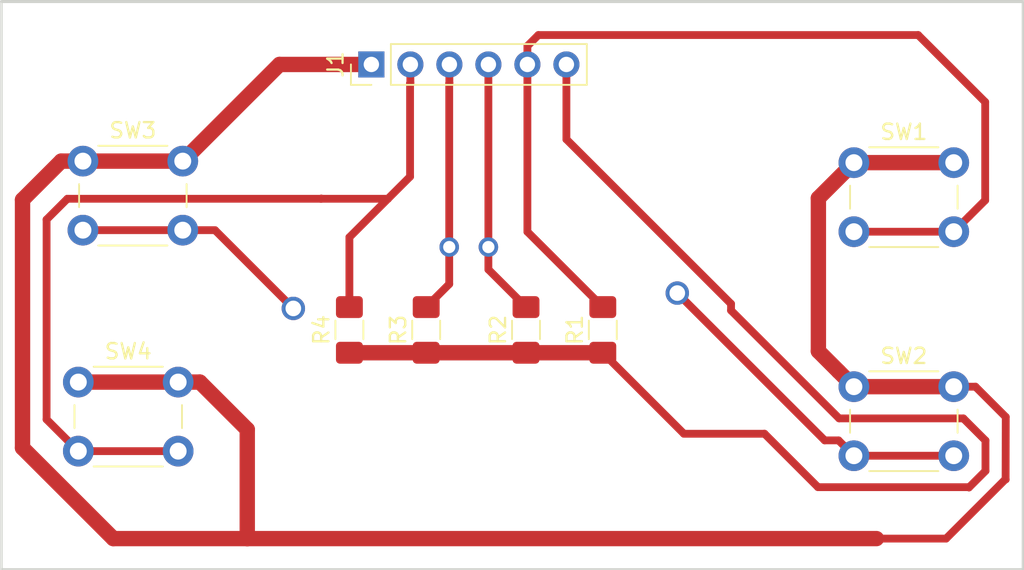
<source format=kicad_pcb>
(kicad_pcb (version 20171130) (host pcbnew 5.0.0-fee4fd1~65~ubuntu18.04.1)

  (general
    (thickness 1.6)
    (drawings 4)
    (tracks 87)
    (zones 0)
    (modules 9)
    (nets 7)
  )

  (page A4)
  (layers
    (0 F.Cu signal)
    (31 B.Cu signal)
    (32 B.Adhes user)
    (33 F.Adhes user)
    (34 B.Paste user)
    (35 F.Paste user)
    (36 B.SilkS user)
    (37 F.SilkS user)
    (38 B.Mask user)
    (39 F.Mask user)
    (40 Dwgs.User user)
    (41 Cmts.User user)
    (42 Eco1.User user)
    (43 Eco2.User user)
    (44 Edge.Cuts user)
    (45 Margin user)
    (46 B.CrtYd user)
    (47 F.CrtYd user)
    (48 B.Fab user)
    (49 F.Fab user)
  )

  (setup
    (last_trace_width 0.508)
    (user_trace_width 0.1016)
    (user_trace_width 0.127)
    (user_trace_width 0.254)
    (user_trace_width 0.508)
    (user_trace_width 1)
    (trace_clearance 0.79375)
    (zone_clearance 0.508)
    (zone_45_only no)
    (trace_min 0.0254)
    (segment_width 0.2)
    (edge_width 0.15)
    (via_size 1.27)
    (via_drill 0.79375)
    (via_min_size 0.508)
    (via_min_drill 0.254)
    (uvia_size 0.3)
    (uvia_drill 0.1)
    (uvias_allowed no)
    (uvia_min_size 0.2)
    (uvia_min_drill 0.1)
    (pcb_text_width 0.3)
    (pcb_text_size 1.5 1.5)
    (mod_edge_width 0.15)
    (mod_text_size 1 1)
    (mod_text_width 0.15)
    (pad_size 1.524 1.524)
    (pad_drill 0.762)
    (pad_to_mask_clearance 0.2)
    (aux_axis_origin 0 0)
    (visible_elements FFFFFF7F)
    (pcbplotparams
      (layerselection 0x01000_ffffffff)
      (usegerberextensions false)
      (usegerberattributes false)
      (usegerberadvancedattributes false)
      (creategerberjobfile false)
      (excludeedgelayer true)
      (linewidth 0.100000)
      (plotframeref false)
      (viasonmask false)
      (mode 1)
      (useauxorigin false)
      (hpglpennumber 1)
      (hpglpenspeed 20)
      (hpglpendiameter 15.000000)
      (psnegative false)
      (psa4output false)
      (plotreference true)
      (plotvalue true)
      (plotinvisibletext false)
      (padsonsilk false)
      (subtractmaskfromsilk false)
      (outputformat 1)
      (mirror false)
      (drillshape 0)
      (scaleselection 1)
      (outputdirectory "gerbers/"))
  )

  (net 0 "")
  (net 1 GND)
  (net 2 /GPIO_3)
  (net 3 /GPIO_2)
  (net 4 /GPIO_1)
  (net 5 /GPIO_0)
  (net 6 +3V3)

  (net_class Default "This is the default net class."
    (clearance 0.79375)
    (trace_width 0.0254)
    (via_dia 1.27)
    (via_drill 0.79375)
    (uvia_dia 0.3)
    (uvia_drill 0.1)
    (diff_pair_gap 0.254)
    (diff_pair_width 0.254)
    (add_net +3V3)
    (add_net /GPIO_0)
    (add_net /GPIO_1)
    (add_net /GPIO_2)
    (add_net /GPIO_3)
    (add_net GND)
  )

  (module Connector_PinHeader_2.54mm:PinHeader_1x06_P2.54mm_Vertical (layer F.Cu) (tedit 5B7C3414) (tstamp 5B887BD5)
    (at 125.08 41.1 90)
    (descr "Through hole straight pin header, 1x06, 2.54mm pitch, single row")
    (tags "Through hole pin header THT 1x06 2.54mm single row")
    (path /5B7C3FD6)
    (fp_text reference J1 (at 0 -2.33 90) (layer F.SilkS)
      (effects (font (size 1 1) (thickness 0.15)))
    )
    (fp_text value Conn_01x06 (at 0 15.03 90) (layer F.Fab) hide
      (effects (font (size 1 1) (thickness 0.15)))
    )
    (fp_line (start -0.635 -1.27) (end 1.27 -1.27) (layer F.Fab) (width 0.1))
    (fp_line (start 1.27 -1.27) (end 1.27 13.97) (layer F.Fab) (width 0.1))
    (fp_line (start 1.27 13.97) (end -1.27 13.97) (layer F.Fab) (width 0.1))
    (fp_line (start -1.27 13.97) (end -1.27 -0.635) (layer F.Fab) (width 0.1))
    (fp_line (start -1.27 -0.635) (end -0.635 -1.27) (layer F.Fab) (width 0.1))
    (fp_line (start -1.33 14.03) (end 1.33 14.03) (layer F.SilkS) (width 0.12))
    (fp_line (start -1.33 1.27) (end -1.33 14.03) (layer F.SilkS) (width 0.12))
    (fp_line (start 1.33 1.27) (end 1.33 14.03) (layer F.SilkS) (width 0.12))
    (fp_line (start -1.33 1.27) (end 1.33 1.27) (layer F.SilkS) (width 0.12))
    (fp_line (start -1.33 0) (end -1.33 -1.33) (layer F.SilkS) (width 0.12))
    (fp_line (start -1.33 -1.33) (end 0 -1.33) (layer F.SilkS) (width 0.12))
    (fp_line (start -1.8 -1.8) (end -1.8 14.5) (layer F.CrtYd) (width 0.05))
    (fp_line (start -1.8 14.5) (end 1.8 14.5) (layer F.CrtYd) (width 0.05))
    (fp_line (start 1.8 14.5) (end 1.8 -1.8) (layer F.CrtYd) (width 0.05))
    (fp_line (start 1.8 -1.8) (end -1.8 -1.8) (layer F.CrtYd) (width 0.05))
    (fp_text user %R (at 0 6.35 180) (layer F.Fab) hide
      (effects (font (size 1 1) (thickness 0.15)))
    )
    (pad 1 thru_hole rect (at 0 0 90) (size 1.7 1.7) (drill 1) (layers *.Cu *.Mask)
      (net 1 GND))
    (pad 2 thru_hole oval (at 0 2.54 90) (size 1.7 1.7) (drill 1) (layers *.Cu *.Mask)
      (net 2 /GPIO_3))
    (pad 3 thru_hole oval (at 0 5.08 90) (size 1.7 1.7) (drill 1) (layers *.Cu *.Mask)
      (net 3 /GPIO_2))
    (pad 4 thru_hole oval (at 0 7.62 90) (size 1.7 1.7) (drill 1) (layers *.Cu *.Mask)
      (net 4 /GPIO_1))
    (pad 5 thru_hole oval (at 0 10.16 90) (size 1.7 1.7) (drill 1) (layers *.Cu *.Mask)
      (net 5 /GPIO_0))
    (pad 6 thru_hole oval (at 0 12.7 90) (size 1.7 1.7) (drill 1) (layers *.Cu *.Mask)
      (net 6 +3V3))
    (model ${KISYS3DMOD}/Connector_PinHeader_2.54mm.3dshapes/PinHeader_1x06_P2.54mm_Vertical.wrl
      (at (xyz 0 0 0))
      (scale (xyz 1 1 1))
      (rotate (xyz 0 0 0))
    )
  )

  (module Resistor_SMD:R_1206_3216Metric_Pad1.42x1.75mm_HandSolder (layer F.Cu) (tedit 5B7C3430) (tstamp 5B887BE6)
    (at 140.15 58.4 90)
    (descr "Resistor SMD 1206 (3216 Metric), square (rectangular) end terminal, IPC_7351 nominal with elongated pad for handsoldering. (Body size source: http://www.tortai-tech.com/upload/download/2011102023233369053.pdf), generated with kicad-footprint-generator")
    (tags "resistor handsolder")
    (path /5B765F86)
    (attr smd)
    (fp_text reference R1 (at 0 -1.82 90) (layer F.SilkS)
      (effects (font (size 1 1) (thickness 0.15)))
    )
    (fp_text value 6k (at 0 1.82 90) (layer F.Fab)
      (effects (font (size 1 1) (thickness 0.15)))
    )
    (fp_line (start -1.6 0.8) (end -1.6 -0.8) (layer F.Fab) (width 0.1))
    (fp_line (start -1.6 -0.8) (end 1.6 -0.8) (layer F.Fab) (width 0.1))
    (fp_line (start 1.6 -0.8) (end 1.6 0.8) (layer F.Fab) (width 0.1))
    (fp_line (start 1.6 0.8) (end -1.6 0.8) (layer F.Fab) (width 0.1))
    (fp_line (start -0.602064 -0.91) (end 0.602064 -0.91) (layer F.SilkS) (width 0.12))
    (fp_line (start -0.602064 0.91) (end 0.602064 0.91) (layer F.SilkS) (width 0.12))
    (fp_line (start -2.45 1.12) (end -2.45 -1.12) (layer F.CrtYd) (width 0.05))
    (fp_line (start -2.45 -1.12) (end 2.45 -1.12) (layer F.CrtYd) (width 0.05))
    (fp_line (start 2.45 -1.12) (end 2.45 1.12) (layer F.CrtYd) (width 0.05))
    (fp_line (start 2.45 1.12) (end -2.45 1.12) (layer F.CrtYd) (width 0.05))
    (fp_text user %R (at 0 0 90) (layer F.Fab) hide
      (effects (font (size 0.8 0.8) (thickness 0.12)))
    )
    (pad 1 smd roundrect (at -1.4875 0 90) (size 1.425 1.75) (layers F.Cu F.Paste F.Mask) (roundrect_rratio 0.175439)
      (net 6 +3V3))
    (pad 2 smd roundrect (at 1.4875 0 90) (size 1.425 1.75) (layers F.Cu F.Paste F.Mask) (roundrect_rratio 0.175439)
      (net 5 /GPIO_0))
    (model ${KISYS3DMOD}/Resistor_SMD.3dshapes/R_1206_3216Metric.wrl
      (at (xyz 0 0 0))
      (scale (xyz 1 1 1))
      (rotate (xyz 0 0 0))
    )
  )

  (module Resistor_SMD:R_1206_3216Metric_Pad1.42x1.75mm_HandSolder (layer F.Cu) (tedit 5B7C3434) (tstamp 5B887BF7)
    (at 135.15 58.4 90)
    (descr "Resistor SMD 1206 (3216 Metric), square (rectangular) end terminal, IPC_7351 nominal with elongated pad for handsoldering. (Body size source: http://www.tortai-tech.com/upload/download/2011102023233369053.pdf), generated with kicad-footprint-generator")
    (tags "resistor handsolder")
    (path /5B765FC2)
    (attr smd)
    (fp_text reference R2 (at 0 -1.82 90) (layer F.SilkS)
      (effects (font (size 1 1) (thickness 0.15)))
    )
    (fp_text value 6k (at 0 1.82 90) (layer F.Fab)
      (effects (font (size 1 1) (thickness 0.15)))
    )
    (fp_text user %R (at 0 0 90) (layer F.Fab) hide
      (effects (font (size 0.8 0.8) (thickness 0.12)))
    )
    (fp_line (start 2.45 1.12) (end -2.45 1.12) (layer F.CrtYd) (width 0.05))
    (fp_line (start 2.45 -1.12) (end 2.45 1.12) (layer F.CrtYd) (width 0.05))
    (fp_line (start -2.45 -1.12) (end 2.45 -1.12) (layer F.CrtYd) (width 0.05))
    (fp_line (start -2.45 1.12) (end -2.45 -1.12) (layer F.CrtYd) (width 0.05))
    (fp_line (start -0.602064 0.91) (end 0.602064 0.91) (layer F.SilkS) (width 0.12))
    (fp_line (start -0.602064 -0.91) (end 0.602064 -0.91) (layer F.SilkS) (width 0.12))
    (fp_line (start 1.6 0.8) (end -1.6 0.8) (layer F.Fab) (width 0.1))
    (fp_line (start 1.6 -0.8) (end 1.6 0.8) (layer F.Fab) (width 0.1))
    (fp_line (start -1.6 -0.8) (end 1.6 -0.8) (layer F.Fab) (width 0.1))
    (fp_line (start -1.6 0.8) (end -1.6 -0.8) (layer F.Fab) (width 0.1))
    (pad 2 smd roundrect (at 1.4875 0 90) (size 1.425 1.75) (layers F.Cu F.Paste F.Mask) (roundrect_rratio 0.175439)
      (net 4 /GPIO_1))
    (pad 1 smd roundrect (at -1.4875 0 90) (size 1.425 1.75) (layers F.Cu F.Paste F.Mask) (roundrect_rratio 0.175439)
      (net 6 +3V3))
    (model ${KISYS3DMOD}/Resistor_SMD.3dshapes/R_1206_3216Metric.wrl
      (at (xyz 0 0 0))
      (scale (xyz 1 1 1))
      (rotate (xyz 0 0 0))
    )
  )

  (module Resistor_SMD:R_1206_3216Metric_Pad1.42x1.75mm_HandSolder (layer F.Cu) (tedit 5B7C3438) (tstamp 5B887C08)
    (at 128.65 58.4 90)
    (descr "Resistor SMD 1206 (3216 Metric), square (rectangular) end terminal, IPC_7351 nominal with elongated pad for handsoldering. (Body size source: http://www.tortai-tech.com/upload/download/2011102023233369053.pdf), generated with kicad-footprint-generator")
    (tags "resistor handsolder")
    (path /5B765FEE)
    (attr smd)
    (fp_text reference R3 (at 0 -1.82 90) (layer F.SilkS)
      (effects (font (size 1 1) (thickness 0.15)))
    )
    (fp_text value 6k (at 0 1.82 90) (layer F.Fab)
      (effects (font (size 1 1) (thickness 0.15)))
    )
    (fp_line (start -1.6 0.8) (end -1.6 -0.8) (layer F.Fab) (width 0.1))
    (fp_line (start -1.6 -0.8) (end 1.6 -0.8) (layer F.Fab) (width 0.1))
    (fp_line (start 1.6 -0.8) (end 1.6 0.8) (layer F.Fab) (width 0.1))
    (fp_line (start 1.6 0.8) (end -1.6 0.8) (layer F.Fab) (width 0.1))
    (fp_line (start -0.602064 -0.91) (end 0.602064 -0.91) (layer F.SilkS) (width 0.12))
    (fp_line (start -0.602064 0.91) (end 0.602064 0.91) (layer F.SilkS) (width 0.12))
    (fp_line (start -2.45 1.12) (end -2.45 -1.12) (layer F.CrtYd) (width 0.05))
    (fp_line (start -2.45 -1.12) (end 2.45 -1.12) (layer F.CrtYd) (width 0.05))
    (fp_line (start 2.45 -1.12) (end 2.45 1.12) (layer F.CrtYd) (width 0.05))
    (fp_line (start 2.45 1.12) (end -2.45 1.12) (layer F.CrtYd) (width 0.05))
    (fp_text user %R (at 0 0 90) (layer F.Fab) hide
      (effects (font (size 0.8 0.8) (thickness 0.12)))
    )
    (pad 1 smd roundrect (at -1.4875 0 90) (size 1.425 1.75) (layers F.Cu F.Paste F.Mask) (roundrect_rratio 0.175439)
      (net 6 +3V3))
    (pad 2 smd roundrect (at 1.4875 0 90) (size 1.425 1.75) (layers F.Cu F.Paste F.Mask) (roundrect_rratio 0.175439)
      (net 3 /GPIO_2))
    (model ${KISYS3DMOD}/Resistor_SMD.3dshapes/R_1206_3216Metric.wrl
      (at (xyz 0 0 0))
      (scale (xyz 1 1 1))
      (rotate (xyz 0 0 0))
    )
  )

  (module Resistor_SMD:R_1206_3216Metric_Pad1.42x1.75mm_HandSolder (layer F.Cu) (tedit 5B7C343A) (tstamp 5B887C19)
    (at 123.65 58.4 90)
    (descr "Resistor SMD 1206 (3216 Metric), square (rectangular) end terminal, IPC_7351 nominal with elongated pad for handsoldering. (Body size source: http://www.tortai-tech.com/upload/download/2011102023233369053.pdf), generated with kicad-footprint-generator")
    (tags "resistor handsolder")
    (path /5B766018)
    (attr smd)
    (fp_text reference R4 (at 0 -1.82 90) (layer F.SilkS)
      (effects (font (size 1 1) (thickness 0.15)))
    )
    (fp_text value 6k (at 0 1.82 90) (layer F.Fab)
      (effects (font (size 1 1) (thickness 0.15)))
    )
    (fp_text user %R (at 0 0 90) (layer F.Fab) hide
      (effects (font (size 0.8 0.8) (thickness 0.12)))
    )
    (fp_line (start 2.45 1.12) (end -2.45 1.12) (layer F.CrtYd) (width 0.05))
    (fp_line (start 2.45 -1.12) (end 2.45 1.12) (layer F.CrtYd) (width 0.05))
    (fp_line (start -2.45 -1.12) (end 2.45 -1.12) (layer F.CrtYd) (width 0.05))
    (fp_line (start -2.45 1.12) (end -2.45 -1.12) (layer F.CrtYd) (width 0.05))
    (fp_line (start -0.602064 0.91) (end 0.602064 0.91) (layer F.SilkS) (width 0.12))
    (fp_line (start -0.602064 -0.91) (end 0.602064 -0.91) (layer F.SilkS) (width 0.12))
    (fp_line (start 1.6 0.8) (end -1.6 0.8) (layer F.Fab) (width 0.1))
    (fp_line (start 1.6 -0.8) (end 1.6 0.8) (layer F.Fab) (width 0.1))
    (fp_line (start -1.6 -0.8) (end 1.6 -0.8) (layer F.Fab) (width 0.1))
    (fp_line (start -1.6 0.8) (end -1.6 -0.8) (layer F.Fab) (width 0.1))
    (pad 2 smd roundrect (at 1.4875 0 90) (size 1.425 1.75) (layers F.Cu F.Paste F.Mask) (roundrect_rratio 0.175439)
      (net 2 /GPIO_3))
    (pad 1 smd roundrect (at -1.4875 0 90) (size 1.425 1.75) (layers F.Cu F.Paste F.Mask) (roundrect_rratio 0.175439)
      (net 6 +3V3))
    (model ${KISYS3DMOD}/Resistor_SMD.3dshapes/R_1206_3216Metric.wrl
      (at (xyz 0 0 0))
      (scale (xyz 1 1 1))
      (rotate (xyz 0 0 0))
    )
  )

  (module Button_Switch_THT:SW_PUSH_6mm_H5mm (layer F.Cu) (tedit 5B7C341A) (tstamp 5B888CC9)
    (at 156.5 47.5)
    (descr "tactile push button, 6x6mm e.g. PHAP33xx series, height=5mm")
    (tags "tact sw push 6mm")
    (path /5B7C3AD4)
    (fp_text reference SW1 (at 3.25 -2) (layer F.SilkS)
      (effects (font (size 1 1) (thickness 0.15)))
    )
    (fp_text value SW_Push (at 3.75 6.7) (layer F.Fab)
      (effects (font (size 1 1) (thickness 0.15)))
    )
    (fp_text user %R (at 3.25 2.25) (layer F.Fab) hide
      (effects (font (size 1 1) (thickness 0.15)))
    )
    (fp_line (start 3.25 -0.75) (end 6.25 -0.75) (layer F.Fab) (width 0.1))
    (fp_line (start 6.25 -0.75) (end 6.25 5.25) (layer F.Fab) (width 0.1))
    (fp_line (start 6.25 5.25) (end 0.25 5.25) (layer F.Fab) (width 0.1))
    (fp_line (start 0.25 5.25) (end 0.25 -0.75) (layer F.Fab) (width 0.1))
    (fp_line (start 0.25 -0.75) (end 3.25 -0.75) (layer F.Fab) (width 0.1))
    (fp_line (start 7.75 6) (end 8 6) (layer F.CrtYd) (width 0.05))
    (fp_line (start 8 6) (end 8 5.75) (layer F.CrtYd) (width 0.05))
    (fp_line (start 7.75 -1.5) (end 8 -1.5) (layer F.CrtYd) (width 0.05))
    (fp_line (start 8 -1.5) (end 8 -1.25) (layer F.CrtYd) (width 0.05))
    (fp_line (start -1.5 -1.25) (end -1.5 -1.5) (layer F.CrtYd) (width 0.05))
    (fp_line (start -1.5 -1.5) (end -1.25 -1.5) (layer F.CrtYd) (width 0.05))
    (fp_line (start -1.5 5.75) (end -1.5 6) (layer F.CrtYd) (width 0.05))
    (fp_line (start -1.5 6) (end -1.25 6) (layer F.CrtYd) (width 0.05))
    (fp_line (start -1.25 -1.5) (end 7.75 -1.5) (layer F.CrtYd) (width 0.05))
    (fp_line (start -1.5 5.75) (end -1.5 -1.25) (layer F.CrtYd) (width 0.05))
    (fp_line (start 7.75 6) (end -1.25 6) (layer F.CrtYd) (width 0.05))
    (fp_line (start 8 -1.25) (end 8 5.75) (layer F.CrtYd) (width 0.05))
    (fp_line (start 1 5.5) (end 5.5 5.5) (layer F.SilkS) (width 0.12))
    (fp_line (start -0.25 1.5) (end -0.25 3) (layer F.SilkS) (width 0.12))
    (fp_line (start 5.5 -1) (end 1 -1) (layer F.SilkS) (width 0.12))
    (fp_line (start 6.75 3) (end 6.75 1.5) (layer F.SilkS) (width 0.12))
    (fp_circle (center 3.25 2.25) (end 1.25 2.5) (layer F.Fab) (width 0.1))
    (pad 2 thru_hole circle (at 0 4.5 90) (size 2 2) (drill 1.1) (layers *.Cu *.Mask)
      (net 5 /GPIO_0))
    (pad 1 thru_hole circle (at 0 0 90) (size 2 2) (drill 1.1) (layers *.Cu *.Mask)
      (net 1 GND))
    (pad 2 thru_hole circle (at 6.5 4.5 90) (size 2 2) (drill 1.1) (layers *.Cu *.Mask)
      (net 5 /GPIO_0))
    (pad 1 thru_hole circle (at 6.5 0 90) (size 2 2) (drill 1.1) (layers *.Cu *.Mask)
      (net 1 GND))
    (model ${KISYS3DMOD}/Button_Switch_THT.3dshapes/SW_PUSH_6mm_H5mm.wrl
      (at (xyz 0 0 0))
      (scale (xyz 1 1 1))
      (rotate (xyz 0 0 0))
    )
  )

  (module Button_Switch_THT:SW_PUSH_6mm_H5mm (layer F.Cu) (tedit 5B7C341D) (tstamp 5B888C6F)
    (at 156.5 62.1)
    (descr "tactile push button, 6x6mm e.g. PHAP33xx series, height=5mm")
    (tags "tact sw push 6mm")
    (path /5B7C3B3E)
    (fp_text reference SW2 (at 3.25 -2) (layer F.SilkS)
      (effects (font (size 1 1) (thickness 0.15)))
    )
    (fp_text value SW_Push (at 3.75 6.7) (layer F.Fab)
      (effects (font (size 1 1) (thickness 0.15)))
    )
    (fp_circle (center 3.25 2.25) (end 1.25 2.5) (layer F.Fab) (width 0.1))
    (fp_line (start 6.75 3) (end 6.75 1.5) (layer F.SilkS) (width 0.12))
    (fp_line (start 5.5 -1) (end 1 -1) (layer F.SilkS) (width 0.12))
    (fp_line (start -0.25 1.5) (end -0.25 3) (layer F.SilkS) (width 0.12))
    (fp_line (start 1 5.5) (end 5.5 5.5) (layer F.SilkS) (width 0.12))
    (fp_line (start 8 -1.25) (end 8 5.75) (layer F.CrtYd) (width 0.05))
    (fp_line (start 7.75 6) (end -1.25 6) (layer F.CrtYd) (width 0.05))
    (fp_line (start -1.5 5.75) (end -1.5 -1.25) (layer F.CrtYd) (width 0.05))
    (fp_line (start -1.25 -1.5) (end 7.75 -1.5) (layer F.CrtYd) (width 0.05))
    (fp_line (start -1.5 6) (end -1.25 6) (layer F.CrtYd) (width 0.05))
    (fp_line (start -1.5 5.75) (end -1.5 6) (layer F.CrtYd) (width 0.05))
    (fp_line (start -1.5 -1.5) (end -1.25 -1.5) (layer F.CrtYd) (width 0.05))
    (fp_line (start -1.5 -1.25) (end -1.5 -1.5) (layer F.CrtYd) (width 0.05))
    (fp_line (start 8 -1.5) (end 8 -1.25) (layer F.CrtYd) (width 0.05))
    (fp_line (start 7.75 -1.5) (end 8 -1.5) (layer F.CrtYd) (width 0.05))
    (fp_line (start 8 6) (end 8 5.75) (layer F.CrtYd) (width 0.05))
    (fp_line (start 7.75 6) (end 8 6) (layer F.CrtYd) (width 0.05))
    (fp_line (start 0.25 -0.75) (end 3.25 -0.75) (layer F.Fab) (width 0.1))
    (fp_line (start 0.25 5.25) (end 0.25 -0.75) (layer F.Fab) (width 0.1))
    (fp_line (start 6.25 5.25) (end 0.25 5.25) (layer F.Fab) (width 0.1))
    (fp_line (start 6.25 -0.75) (end 6.25 5.25) (layer F.Fab) (width 0.1))
    (fp_line (start 3.25 -0.75) (end 6.25 -0.75) (layer F.Fab) (width 0.1))
    (fp_text user %R (at 3.25 2.25) (layer F.Fab) hide
      (effects (font (size 1 1) (thickness 0.15)))
    )
    (pad 1 thru_hole circle (at 6.5 0 90) (size 2 2) (drill 1.1) (layers *.Cu *.Mask)
      (net 1 GND))
    (pad 2 thru_hole circle (at 6.5 4.5 90) (size 2 2) (drill 1.1) (layers *.Cu *.Mask)
      (net 4 /GPIO_1))
    (pad 1 thru_hole circle (at 0 0 90) (size 2 2) (drill 1.1) (layers *.Cu *.Mask)
      (net 1 GND))
    (pad 2 thru_hole circle (at 0 4.5 90) (size 2 2) (drill 1.1) (layers *.Cu *.Mask)
      (net 4 /GPIO_1))
    (model ${KISYS3DMOD}/Button_Switch_THT.3dshapes/SW_PUSH_6mm_H5mm.wrl
      (at (xyz 0 0 0))
      (scale (xyz 1 1 1))
      (rotate (xyz 0 0 0))
    )
  )

  (module Button_Switch_THT:SW_PUSH_6mm_H5mm (layer F.Cu) (tedit 5B7C3426) (tstamp 5B887C76)
    (at 106.3 47.4)
    (descr "tactile push button, 6x6mm e.g. PHAP33xx series, height=5mm")
    (tags "tact sw push 6mm")
    (path /5B7C3B82)
    (fp_text reference SW3 (at 3.25 -2) (layer F.SilkS)
      (effects (font (size 1 1) (thickness 0.15)))
    )
    (fp_text value SW_Push (at 3.75 6.7) (layer F.Fab)
      (effects (font (size 1 1) (thickness 0.15)))
    )
    (fp_text user %R (at 3.25 2.25) (layer F.Fab) hide
      (effects (font (size 1 1) (thickness 0.15)))
    )
    (fp_line (start 3.25 -0.75) (end 6.25 -0.75) (layer F.Fab) (width 0.1))
    (fp_line (start 6.25 -0.75) (end 6.25 5.25) (layer F.Fab) (width 0.1))
    (fp_line (start 6.25 5.25) (end 0.25 5.25) (layer F.Fab) (width 0.1))
    (fp_line (start 0.25 5.25) (end 0.25 -0.75) (layer F.Fab) (width 0.1))
    (fp_line (start 0.25 -0.75) (end 3.25 -0.75) (layer F.Fab) (width 0.1))
    (fp_line (start 7.75 6) (end 8 6) (layer F.CrtYd) (width 0.05))
    (fp_line (start 8 6) (end 8 5.75) (layer F.CrtYd) (width 0.05))
    (fp_line (start 7.75 -1.5) (end 8 -1.5) (layer F.CrtYd) (width 0.05))
    (fp_line (start 8 -1.5) (end 8 -1.25) (layer F.CrtYd) (width 0.05))
    (fp_line (start -1.5 -1.25) (end -1.5 -1.5) (layer F.CrtYd) (width 0.05))
    (fp_line (start -1.5 -1.5) (end -1.25 -1.5) (layer F.CrtYd) (width 0.05))
    (fp_line (start -1.5 5.75) (end -1.5 6) (layer F.CrtYd) (width 0.05))
    (fp_line (start -1.5 6) (end -1.25 6) (layer F.CrtYd) (width 0.05))
    (fp_line (start -1.25 -1.5) (end 7.75 -1.5) (layer F.CrtYd) (width 0.05))
    (fp_line (start -1.5 5.75) (end -1.5 -1.25) (layer F.CrtYd) (width 0.05))
    (fp_line (start 7.75 6) (end -1.25 6) (layer F.CrtYd) (width 0.05))
    (fp_line (start 8 -1.25) (end 8 5.75) (layer F.CrtYd) (width 0.05))
    (fp_line (start 1 5.5) (end 5.5 5.5) (layer F.SilkS) (width 0.12))
    (fp_line (start -0.25 1.5) (end -0.25 3) (layer F.SilkS) (width 0.12))
    (fp_line (start 5.5 -1) (end 1 -1) (layer F.SilkS) (width 0.12))
    (fp_line (start 6.75 3) (end 6.75 1.5) (layer F.SilkS) (width 0.12))
    (fp_circle (center 3.25 2.25) (end 1.25 2.5) (layer F.Fab) (width 0.1))
    (pad 2 thru_hole circle (at 0 4.5 90) (size 2 2) (drill 1.1) (layers *.Cu *.Mask)
      (net 3 /GPIO_2))
    (pad 1 thru_hole circle (at 0 0 90) (size 2 2) (drill 1.1) (layers *.Cu *.Mask)
      (net 1 GND))
    (pad 2 thru_hole circle (at 6.5 4.5 90) (size 2 2) (drill 1.1) (layers *.Cu *.Mask)
      (net 3 /GPIO_2))
    (pad 1 thru_hole circle (at 6.5 0 90) (size 2 2) (drill 1.1) (layers *.Cu *.Mask)
      (net 1 GND))
    (model ${KISYS3DMOD}/Button_Switch_THT.3dshapes/SW_PUSH_6mm_H5mm.wrl
      (at (xyz 0 0 0))
      (scale (xyz 1 1 1))
      (rotate (xyz 0 0 0))
    )
  )

  (module Button_Switch_THT:SW_PUSH_6mm_H5mm (layer F.Cu) (tedit 5B7C3429) (tstamp 5B887C95)
    (at 106 61.8)
    (descr "tactile push button, 6x6mm e.g. PHAP33xx series, height=5mm")
    (tags "tact sw push 6mm")
    (path /5B7C3BBC)
    (fp_text reference SW4 (at 3.25 -2) (layer F.SilkS)
      (effects (font (size 1 1) (thickness 0.15)))
    )
    (fp_text value SW_Push (at 3.75 6.7) (layer F.Fab)
      (effects (font (size 1 1) (thickness 0.15)))
    )
    (fp_circle (center 3.25 2.25) (end 1.25 2.5) (layer F.Fab) (width 0.1))
    (fp_line (start 6.75 3) (end 6.75 1.5) (layer F.SilkS) (width 0.12))
    (fp_line (start 5.5 -1) (end 1 -1) (layer F.SilkS) (width 0.12))
    (fp_line (start -0.25 1.5) (end -0.25 3) (layer F.SilkS) (width 0.12))
    (fp_line (start 1 5.5) (end 5.5 5.5) (layer F.SilkS) (width 0.12))
    (fp_line (start 8 -1.25) (end 8 5.75) (layer F.CrtYd) (width 0.05))
    (fp_line (start 7.75 6) (end -1.25 6) (layer F.CrtYd) (width 0.05))
    (fp_line (start -1.5 5.75) (end -1.5 -1.25) (layer F.CrtYd) (width 0.05))
    (fp_line (start -1.25 -1.5) (end 7.75 -1.5) (layer F.CrtYd) (width 0.05))
    (fp_line (start -1.5 6) (end -1.25 6) (layer F.CrtYd) (width 0.05))
    (fp_line (start -1.5 5.75) (end -1.5 6) (layer F.CrtYd) (width 0.05))
    (fp_line (start -1.5 -1.5) (end -1.25 -1.5) (layer F.CrtYd) (width 0.05))
    (fp_line (start -1.5 -1.25) (end -1.5 -1.5) (layer F.CrtYd) (width 0.05))
    (fp_line (start 8 -1.5) (end 8 -1.25) (layer F.CrtYd) (width 0.05))
    (fp_line (start 7.75 -1.5) (end 8 -1.5) (layer F.CrtYd) (width 0.05))
    (fp_line (start 8 6) (end 8 5.75) (layer F.CrtYd) (width 0.05))
    (fp_line (start 7.75 6) (end 8 6) (layer F.CrtYd) (width 0.05))
    (fp_line (start 0.25 -0.75) (end 3.25 -0.75) (layer F.Fab) (width 0.1))
    (fp_line (start 0.25 5.25) (end 0.25 -0.75) (layer F.Fab) (width 0.1))
    (fp_line (start 6.25 5.25) (end 0.25 5.25) (layer F.Fab) (width 0.1))
    (fp_line (start 6.25 -0.75) (end 6.25 5.25) (layer F.Fab) (width 0.1))
    (fp_line (start 3.25 -0.75) (end 6.25 -0.75) (layer F.Fab) (width 0.1))
    (fp_text user %R (at 3.25 2.25) (layer F.Fab) hide
      (effects (font (size 1 1) (thickness 0.15)))
    )
    (pad 1 thru_hole circle (at 6.5 0 90) (size 2 2) (drill 1.1) (layers *.Cu *.Mask)
      (net 1 GND))
    (pad 2 thru_hole circle (at 6.5 4.5 90) (size 2 2) (drill 1.1) (layers *.Cu *.Mask)
      (net 2 /GPIO_3))
    (pad 1 thru_hole circle (at 0 0 90) (size 2 2) (drill 1.1) (layers *.Cu *.Mask)
      (net 1 GND))
    (pad 2 thru_hole circle (at 0 4.5 90) (size 2 2) (drill 1.1) (layers *.Cu *.Mask)
      (net 2 /GPIO_3))
    (model ${KISYS3DMOD}/Button_Switch_THT.3dshapes/SW_PUSH_6mm_H5mm.wrl
      (at (xyz 0 0 0))
      (scale (xyz 1 1 1))
      (rotate (xyz 0 0 0))
    )
  )

  (gr_line (start 167.5 74) (end 167.5 37) (layer Edge.Cuts) (width 0.15))
  (gr_line (start 101 74) (end 167.5 74) (layer Edge.Cuts) (width 0.15))
  (gr_line (start 101 37) (end 101 74) (layer Edge.Cuts) (width 0.15))
  (gr_line (start 167.5 37) (end 101 37) (layer Edge.Cuts) (width 0.2))

  (segment (start 106.3 47.4) (end 112.8 47.4) (width 1) (layer F.Cu) (net 1))
  (segment (start 106 61.8) (end 112.5 61.8) (width 1) (layer F.Cu) (net 1))
  (segment (start 156.5 47.5) (end 163 47.5) (width 1) (layer F.Cu) (net 1))
  (segment (start 156.5 62.1) (end 163 62.1) (width 1) (layer F.Cu) (net 1))
  (segment (start 119.1 41.1) (end 125.08 41.1) (width 1) (layer F.Cu) (net 1))
  (segment (start 112.8 47.4) (end 119.1 41.1) (width 1) (layer F.Cu) (net 1))
  (segment (start 117 64.885787) (end 117 72) (width 1) (layer F.Cu) (net 1))
  (segment (start 157.969358 72) (end 117 72) (width 1) (layer F.Cu) (net 1))
  (segment (start 113.914213 61.8) (end 117 64.885787) (width 1) (layer F.Cu) (net 1))
  (segment (start 112.5 61.8) (end 113.914213 61.8) (width 1) (layer F.Cu) (net 1))
  (segment (start 117 72) (end 108.277045 72) (width 1) (layer F.Cu) (net 1))
  (segment (start 164.414213 62.1) (end 166.387611 64.073398) (width 0.508) (layer F.Cu) (net 1))
  (segment (start 163 62.1) (end 164.414213 62.1) (width 0.508) (layer F.Cu) (net 1))
  (segment (start 104.885787 47.4) (end 106.3 47.4) (width 1) (layer F.Cu) (net 1))
  (segment (start 102.366389 49.919398) (end 104.885787 47.4) (width 1) (layer F.Cu) (net 1))
  (segment (start 102.366389 66.089344) (end 102.366389 49.919398) (width 1) (layer F.Cu) (net 1))
  (segment (start 108.277045 72) (end 102.366389 66.089344) (width 1) (layer F.Cu) (net 1))
  (segment (start 154.187199 59.787199) (end 155.500001 61.100001) (width 1) (layer F.Cu) (net 1))
  (segment (start 156.5 47.5) (end 154.187199 49.812801) (width 1) (layer F.Cu) (net 1))
  (segment (start 155.500001 61.100001) (end 156.5 62.1) (width 1) (layer F.Cu) (net 1))
  (segment (start 154.187199 49.812801) (end 154.187199 59.787199) (width 1) (layer F.Cu) (net 1))
  (segment (start 162.499832 72) (end 166.36067 68.139162) (width 0.508) (layer F.Cu) (net 1))
  (segment (start 157.969358 72) (end 162.499832 72) (width 0.508) (layer F.Cu) (net 1))
  (segment (start 166.387611 64.073398) (end 166.37724 68.139162) (width 0.508) (layer F.Cu) (net 1))
  (segment (start 166.36067 68.139162) (end 166.37724 68.139162) (width 0.508) (layer F.Cu) (net 1))
  (segment (start 166.37724 68.139162) (end 166.387611 68.139162) (width 0.508) (layer F.Cu) (net 1))
  (segment (start 112.5 66.3) (end 106 66.3) (width 0.508) (layer F.Cu) (net 2))
  (segment (start 127.62 42.302081) (end 127.6 42.322081) (width 0.508) (layer F.Cu) (net 2))
  (segment (start 127.62 41.1) (end 127.62 42.302081) (width 0.508) (layer F.Cu) (net 2))
  (segment (start 127.6 42.322081) (end 127.6 48.4125) (width 0.508) (layer F.Cu) (net 2))
  (segment (start 103.933199 64.233199) (end 103.933199 51.207935) (width 0.508) (layer F.Cu) (net 2))
  (segment (start 106 66.3) (end 103.933199 64.233199) (width 0.508) (layer F.Cu) (net 2))
  (segment (start 121.801649 49.852249) (end 121.820699 49.833199) (width 0.508) (layer F.Cu) (net 2))
  (segment (start 105.288885 49.852249) (end 121.801649 49.852249) (width 0.508) (layer F.Cu) (net 2))
  (segment (start 103.933199 51.207935) (end 105.288885 49.852249) (width 0.508) (layer F.Cu) (net 2))
  (segment (start 121.801649 49.852249) (end 126.160251 49.852249) (width 0.508) (layer F.Cu) (net 2))
  (segment (start 126.160251 49.852249) (end 126.147751 49.852249) (width 0.508) (layer F.Cu) (net 2))
  (segment (start 126.160251 49.852249) (end 127.6 48.4125) (width 0.508) (layer F.Cu) (net 2))
  (segment (start 123.65 52.3625) (end 126.160251 49.852249) (width 0.508) (layer F.Cu) (net 2))
  (segment (start 123.65 56.9125) (end 123.65 52.3625) (width 0.508) (layer F.Cu) (net 2))
  (segment (start 106.3 51.9) (end 112.8 51.9) (width 0.508) (layer F.Cu) (net 3))
  (segment (start 112.8 51.9) (end 114.9 51.9) (width 0.508) (layer F.Cu) (net 3))
  (segment (start 114.9 51.9) (end 120 57) (width 0.508) (layer F.Cu) (net 3))
  (segment (start 120 57) (end 120 57) (width 0.508) (layer F.Cu) (net 3) (tstamp 5B7D94EA))
  (via (at 120 57) (size 1.524) (drill 1.016) (layers F.Cu B.Cu) (net 3))
  (segment (start 130.15 55.4125) (end 128.65 56.9125) (width 0.508) (layer F.Cu) (net 3))
  (segment (start 130.15 42.312081) (end 130.15 53) (width 0.508) (layer F.Cu) (net 3))
  (segment (start 130.16 41.1) (end 130.16 42.302081) (width 0.508) (layer F.Cu) (net 3))
  (segment (start 130.16 42.302081) (end 130.15 42.312081) (width 0.508) (layer F.Cu) (net 3))
  (segment (start 130.15 53) (end 130.15 55.4125) (width 0.508) (layer F.Cu) (net 3) (tstamp 5B85BA35))
  (via (at 130.15 53) (size 1.27) (drill 0.79375) (layers F.Cu B.Cu) (net 3))
  (segment (start 156.5 66.6) (end 163 66.6) (width 0.508) (layer F.Cu) (net 4))
  (segment (start 156.5 66.6) (end 156.1 66.6) (width 0.508) (layer F.Cu) (net 4))
  (via (at 145 56) (size 1.524) (drill 1.016) (layers F.Cu B.Cu) (net 4))
  (segment (start 132.7 54.4625) (end 135.15 56.9125) (width 0.508) (layer F.Cu) (net 4))
  (segment (start 132.7 41.1) (end 132.7 53) (width 0.508) (layer F.Cu) (net 4))
  (segment (start 132.7 53) (end 132.7 54.4625) (width 0.508) (layer F.Cu) (net 4) (tstamp 5B85BA37))
  (via (at 132.7 53) (size 1.27) (drill 0.79375) (layers F.Cu B.Cu) (net 4))
  (segment (start 155.500001 65.600001) (end 156.5 66.6) (width 0.508) (layer F.Cu) (net 4))
  (segment (start 154.600001 65.600001) (end 155.500001 65.600001) (width 0.508) (layer F.Cu) (net 4))
  (segment (start 145 56) (end 154.600001 65.600001) (width 0.508) (layer F.Cu) (net 4))
  (segment (start 156.5 52) (end 163 52) (width 0.508) (layer F.Cu) (net 5))
  (segment (start 135.24 52.0025) (end 140.15 56.9125) (width 0.508) (layer F.Cu) (net 5))
  (segment (start 135.24 41.1) (end 135.24 52.0025) (width 0.508) (layer F.Cu) (net 5))
  (segment (start 135.24 41.1) (end 135.24 39.897919) (width 0.508) (layer F.Cu) (net 5))
  (segment (start 135.24 39.897919) (end 135.95472 39.183199) (width 0.508) (layer F.Cu) (net 5))
  (segment (start 163.999999 51.000001) (end 163 52) (width 0.508) (layer F.Cu) (net 5))
  (segment (start 135.95472 39.183199) (end 160.683199 39.183199) (width 0.508) (layer F.Cu) (net 5))
  (segment (start 160.683199 39.183199) (end 165.047751 43.547751) (width 0.508) (layer F.Cu) (net 5))
  (segment (start 165.047751 43.547751) (end 165.047751 49.952249) (width 0.508) (layer F.Cu) (net 5))
  (segment (start 165.047751 49.952249) (end 163.999999 51.000001) (width 0.508) (layer F.Cu) (net 5))
  (segment (start 135.15 59.8875) (end 140.15 59.8875) (width 1) (layer F.Cu) (net 6))
  (segment (start 128.65 59.8875) (end 135.15 59.8875) (width 1) (layer F.Cu) (net 6))
  (segment (start 123.65 59.8875) (end 128.65 59.8875) (width 1) (layer F.Cu) (net 6))
  (segment (start 137.78 45.98) (end 137.78 41.1) (width 0.508) (layer F.Cu) (net 6))
  (segment (start 163.625667 64.166801) (end 155.536129 64.166801) (width 0.508) (layer F.Cu) (net 6))
  (segment (start 165.066801 67.592065) (end 165.066801 65.607935) (width 0.508) (layer F.Cu) (net 6))
  (segment (start 145.429301 65.166801) (end 150.679301 65.166801) (width 0.508) (layer F.Cu) (net 6))
  (segment (start 150.679301 65.166801) (end 154.160251 68.647751) (width 0.508) (layer F.Cu) (net 6))
  (segment (start 163.973015 68.647751) (end 163.992065 68.666801) (width 0.508) (layer F.Cu) (net 6))
  (segment (start 154.160251 68.647751) (end 163.973015 68.647751) (width 0.508) (layer F.Cu) (net 6))
  (segment (start 165.066801 65.607935) (end 163.625667 64.166801) (width 0.508) (layer F.Cu) (net 6))
  (segment (start 140.15 59.8875) (end 145.429301 65.166801) (width 0.508) (layer F.Cu) (net 6))
  (segment (start 163.992065 68.666801) (end 165.066801 67.592065) (width 0.508) (layer F.Cu) (net 6))
  (segment (start 148.5 56.7) (end 137.78 45.98) (width 0.508) (layer F.Cu) (net 6))
  (segment (start 148.5 57.130672) (end 148.5 56.7) (width 0.508) (layer F.Cu) (net 6))
  (segment (start 155.536129 64.166801) (end 148.5 57.130672) (width 0.508) (layer F.Cu) (net 6))

)

</source>
